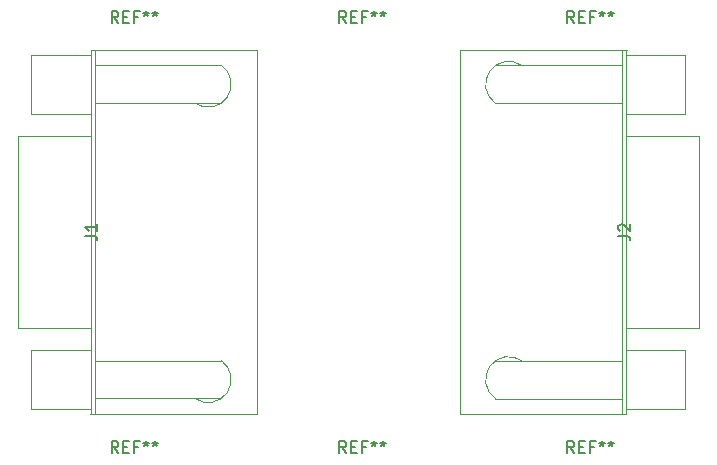
<source format=gbr>
G04 #@! TF.GenerationSoftware,KiCad,Pcbnew,5.1.10-88a1d61d58~88~ubuntu20.04.1*
G04 #@! TF.CreationDate,2021-05-09T22:10:24+02:00*
G04 #@! TF.ProjectId,SerialSwitcher,53657269-616c-4537-9769-74636865722e,rev?*
G04 #@! TF.SameCoordinates,Original*
G04 #@! TF.FileFunction,Other,Fab,Top*
%FSLAX46Y46*%
G04 Gerber Fmt 4.6, Leading zero omitted, Abs format (unit mm)*
G04 Created by KiCad (PCBNEW 5.1.10-88a1d61d58~88~ubuntu20.04.1) date 2021-05-09 22:10:24*
%MOMM*%
%LPD*%
G01*
G04 APERTURE LIST*
%ADD10C,0.100000*%
%ADD11C,0.150000*%
G04 APERTURE END LIST*
D10*
X119020000Y-69630000D02*
X129700000Y-69630000D01*
X119020000Y-66430000D02*
X129700000Y-66430000D01*
X119020000Y-44630000D02*
X129700000Y-44630000D01*
X119020000Y-41430000D02*
X129700000Y-41430000D01*
X113620000Y-70530000D02*
X118620000Y-70530000D01*
X113620000Y-65530000D02*
X113620000Y-70530000D01*
X118620000Y-65530000D02*
X113620000Y-65530000D01*
X113620000Y-45530000D02*
X118620000Y-45530000D01*
X113620000Y-40530000D02*
X113620000Y-45530000D01*
X118620000Y-40530000D02*
X113620000Y-40530000D01*
X118620000Y-63680000D02*
X118620000Y-47380000D01*
X112450000Y-63680000D02*
X118620000Y-63680000D01*
X112450000Y-47380000D02*
X112450000Y-63680000D01*
X118620000Y-47380000D02*
X112450000Y-47380000D01*
X119020000Y-70955000D02*
X119020000Y-40105000D01*
X118600000Y-70970000D02*
X122220000Y-70955000D01*
X118620000Y-40105000D02*
X118620000Y-70955000D01*
X122220000Y-40105000D02*
X118650000Y-40105000D01*
X132700000Y-70955000D02*
X132700000Y-40105000D01*
X122220000Y-70955000D02*
X132700000Y-70955000D01*
X132700000Y-40105000D02*
X122220000Y-40105000D01*
X127460000Y-69630000D02*
G75*
G03*
X129700000Y-66430000I1120000J1600000D01*
G01*
X127460000Y-44630000D02*
G75*
G03*
X129700000Y-41430000I1120000J1600000D01*
G01*
X149900000Y-70965000D02*
X160380000Y-70965000D01*
X160380000Y-40115000D02*
X149900000Y-40115000D01*
X149900000Y-40115000D02*
X149900000Y-70965000D01*
X160380000Y-70965000D02*
X163950000Y-70965000D01*
X163980000Y-70965000D02*
X163980000Y-40115000D01*
X164000000Y-40100000D02*
X160380000Y-40115000D01*
X163580000Y-40115000D02*
X163580000Y-70965000D01*
X163980000Y-63690000D02*
X170150000Y-63690000D01*
X170150000Y-63690000D02*
X170150000Y-47390000D01*
X170150000Y-47390000D02*
X163980000Y-47390000D01*
X163980000Y-47390000D02*
X163980000Y-63690000D01*
X163980000Y-70540000D02*
X168980000Y-70540000D01*
X168980000Y-70540000D02*
X168980000Y-65540000D01*
X168980000Y-65540000D02*
X163980000Y-65540000D01*
X163980000Y-45540000D02*
X168980000Y-45540000D01*
X168980000Y-45540000D02*
X168980000Y-40540000D01*
X168980000Y-40540000D02*
X163980000Y-40540000D01*
X163580000Y-69640000D02*
X152900000Y-69640000D01*
X163580000Y-66440000D02*
X152900000Y-66440000D01*
X163580000Y-44640000D02*
X152900000Y-44640000D01*
X163580000Y-41440000D02*
X152900000Y-41440000D01*
X155140000Y-66440000D02*
G75*
G03*
X152900000Y-69640000I-1120000J-1600000D01*
G01*
X155140000Y-41440000D02*
G75*
G03*
X152900000Y-44640000I-1120000J-1600000D01*
G01*
D11*
X118187380Y-55863333D02*
X118901666Y-55863333D01*
X119044523Y-55910952D01*
X119139761Y-56006190D01*
X119187380Y-56149047D01*
X119187380Y-56244285D01*
X119187380Y-54863333D02*
X119187380Y-55434761D01*
X119187380Y-55149047D02*
X118187380Y-55149047D01*
X118330238Y-55244285D01*
X118425476Y-55339523D01*
X118473095Y-55434761D01*
X140266666Y-37852380D02*
X139933333Y-37376190D01*
X139695238Y-37852380D02*
X139695238Y-36852380D01*
X140076190Y-36852380D01*
X140171428Y-36900000D01*
X140219047Y-36947619D01*
X140266666Y-37042857D01*
X140266666Y-37185714D01*
X140219047Y-37280952D01*
X140171428Y-37328571D01*
X140076190Y-37376190D01*
X139695238Y-37376190D01*
X140695238Y-37328571D02*
X141028571Y-37328571D01*
X141171428Y-37852380D02*
X140695238Y-37852380D01*
X140695238Y-36852380D01*
X141171428Y-36852380D01*
X141933333Y-37328571D02*
X141600000Y-37328571D01*
X141600000Y-37852380D02*
X141600000Y-36852380D01*
X142076190Y-36852380D01*
X142600000Y-36852380D02*
X142600000Y-37090476D01*
X142361904Y-36995238D02*
X142600000Y-37090476D01*
X142838095Y-36995238D01*
X142457142Y-37280952D02*
X142600000Y-37090476D01*
X142742857Y-37280952D01*
X143361904Y-36852380D02*
X143361904Y-37090476D01*
X143123809Y-36995238D02*
X143361904Y-37090476D01*
X143600000Y-36995238D01*
X143219047Y-37280952D02*
X143361904Y-37090476D01*
X143504761Y-37280952D01*
X120966666Y-37852380D02*
X120633333Y-37376190D01*
X120395238Y-37852380D02*
X120395238Y-36852380D01*
X120776190Y-36852380D01*
X120871428Y-36900000D01*
X120919047Y-36947619D01*
X120966666Y-37042857D01*
X120966666Y-37185714D01*
X120919047Y-37280952D01*
X120871428Y-37328571D01*
X120776190Y-37376190D01*
X120395238Y-37376190D01*
X121395238Y-37328571D02*
X121728571Y-37328571D01*
X121871428Y-37852380D02*
X121395238Y-37852380D01*
X121395238Y-36852380D01*
X121871428Y-36852380D01*
X122633333Y-37328571D02*
X122300000Y-37328571D01*
X122300000Y-37852380D02*
X122300000Y-36852380D01*
X122776190Y-36852380D01*
X123300000Y-36852380D02*
X123300000Y-37090476D01*
X123061904Y-36995238D02*
X123300000Y-37090476D01*
X123538095Y-36995238D01*
X123157142Y-37280952D02*
X123300000Y-37090476D01*
X123442857Y-37280952D01*
X124061904Y-36852380D02*
X124061904Y-37090476D01*
X123823809Y-36995238D02*
X124061904Y-37090476D01*
X124300000Y-36995238D01*
X123919047Y-37280952D02*
X124061904Y-37090476D01*
X124204761Y-37280952D01*
X140266666Y-74252380D02*
X139933333Y-73776190D01*
X139695238Y-74252380D02*
X139695238Y-73252380D01*
X140076190Y-73252380D01*
X140171428Y-73300000D01*
X140219047Y-73347619D01*
X140266666Y-73442857D01*
X140266666Y-73585714D01*
X140219047Y-73680952D01*
X140171428Y-73728571D01*
X140076190Y-73776190D01*
X139695238Y-73776190D01*
X140695238Y-73728571D02*
X141028571Y-73728571D01*
X141171428Y-74252380D02*
X140695238Y-74252380D01*
X140695238Y-73252380D01*
X141171428Y-73252380D01*
X141933333Y-73728571D02*
X141600000Y-73728571D01*
X141600000Y-74252380D02*
X141600000Y-73252380D01*
X142076190Y-73252380D01*
X142600000Y-73252380D02*
X142600000Y-73490476D01*
X142361904Y-73395238D02*
X142600000Y-73490476D01*
X142838095Y-73395238D01*
X142457142Y-73680952D02*
X142600000Y-73490476D01*
X142742857Y-73680952D01*
X143361904Y-73252380D02*
X143361904Y-73490476D01*
X143123809Y-73395238D02*
X143361904Y-73490476D01*
X143600000Y-73395238D01*
X143219047Y-73680952D02*
X143361904Y-73490476D01*
X143504761Y-73680952D01*
X120966666Y-74252380D02*
X120633333Y-73776190D01*
X120395238Y-74252380D02*
X120395238Y-73252380D01*
X120776190Y-73252380D01*
X120871428Y-73300000D01*
X120919047Y-73347619D01*
X120966666Y-73442857D01*
X120966666Y-73585714D01*
X120919047Y-73680952D01*
X120871428Y-73728571D01*
X120776190Y-73776190D01*
X120395238Y-73776190D01*
X121395238Y-73728571D02*
X121728571Y-73728571D01*
X121871428Y-74252380D02*
X121395238Y-74252380D01*
X121395238Y-73252380D01*
X121871428Y-73252380D01*
X122633333Y-73728571D02*
X122300000Y-73728571D01*
X122300000Y-74252380D02*
X122300000Y-73252380D01*
X122776190Y-73252380D01*
X123300000Y-73252380D02*
X123300000Y-73490476D01*
X123061904Y-73395238D02*
X123300000Y-73490476D01*
X123538095Y-73395238D01*
X123157142Y-73680952D02*
X123300000Y-73490476D01*
X123442857Y-73680952D01*
X124061904Y-73252380D02*
X124061904Y-73490476D01*
X123823809Y-73395238D02*
X124061904Y-73490476D01*
X124300000Y-73395238D01*
X123919047Y-73680952D02*
X124061904Y-73490476D01*
X124204761Y-73680952D01*
X159566666Y-74252380D02*
X159233333Y-73776190D01*
X158995238Y-74252380D02*
X158995238Y-73252380D01*
X159376190Y-73252380D01*
X159471428Y-73300000D01*
X159519047Y-73347619D01*
X159566666Y-73442857D01*
X159566666Y-73585714D01*
X159519047Y-73680952D01*
X159471428Y-73728571D01*
X159376190Y-73776190D01*
X158995238Y-73776190D01*
X159995238Y-73728571D02*
X160328571Y-73728571D01*
X160471428Y-74252380D02*
X159995238Y-74252380D01*
X159995238Y-73252380D01*
X160471428Y-73252380D01*
X161233333Y-73728571D02*
X160900000Y-73728571D01*
X160900000Y-74252380D02*
X160900000Y-73252380D01*
X161376190Y-73252380D01*
X161900000Y-73252380D02*
X161900000Y-73490476D01*
X161661904Y-73395238D02*
X161900000Y-73490476D01*
X162138095Y-73395238D01*
X161757142Y-73680952D02*
X161900000Y-73490476D01*
X162042857Y-73680952D01*
X162661904Y-73252380D02*
X162661904Y-73490476D01*
X162423809Y-73395238D02*
X162661904Y-73490476D01*
X162900000Y-73395238D01*
X162519047Y-73680952D02*
X162661904Y-73490476D01*
X162804761Y-73680952D01*
X159566666Y-37852380D02*
X159233333Y-37376190D01*
X158995238Y-37852380D02*
X158995238Y-36852380D01*
X159376190Y-36852380D01*
X159471428Y-36900000D01*
X159519047Y-36947619D01*
X159566666Y-37042857D01*
X159566666Y-37185714D01*
X159519047Y-37280952D01*
X159471428Y-37328571D01*
X159376190Y-37376190D01*
X158995238Y-37376190D01*
X159995238Y-37328571D02*
X160328571Y-37328571D01*
X160471428Y-37852380D02*
X159995238Y-37852380D01*
X159995238Y-36852380D01*
X160471428Y-36852380D01*
X161233333Y-37328571D02*
X160900000Y-37328571D01*
X160900000Y-37852380D02*
X160900000Y-36852380D01*
X161376190Y-36852380D01*
X161900000Y-36852380D02*
X161900000Y-37090476D01*
X161661904Y-36995238D02*
X161900000Y-37090476D01*
X162138095Y-36995238D01*
X161757142Y-37280952D02*
X161900000Y-37090476D01*
X162042857Y-37280952D01*
X162661904Y-36852380D02*
X162661904Y-37090476D01*
X162423809Y-36995238D02*
X162661904Y-37090476D01*
X162900000Y-36995238D01*
X162519047Y-37280952D02*
X162661904Y-37090476D01*
X162804761Y-37280952D01*
X163317380Y-55873333D02*
X164031666Y-55873333D01*
X164174523Y-55920952D01*
X164269761Y-56016190D01*
X164317380Y-56159047D01*
X164317380Y-56254285D01*
X163412619Y-55444761D02*
X163365000Y-55397142D01*
X163317380Y-55301904D01*
X163317380Y-55063809D01*
X163365000Y-54968571D01*
X163412619Y-54920952D01*
X163507857Y-54873333D01*
X163603095Y-54873333D01*
X163745952Y-54920952D01*
X164317380Y-55492380D01*
X164317380Y-54873333D01*
M02*

</source>
